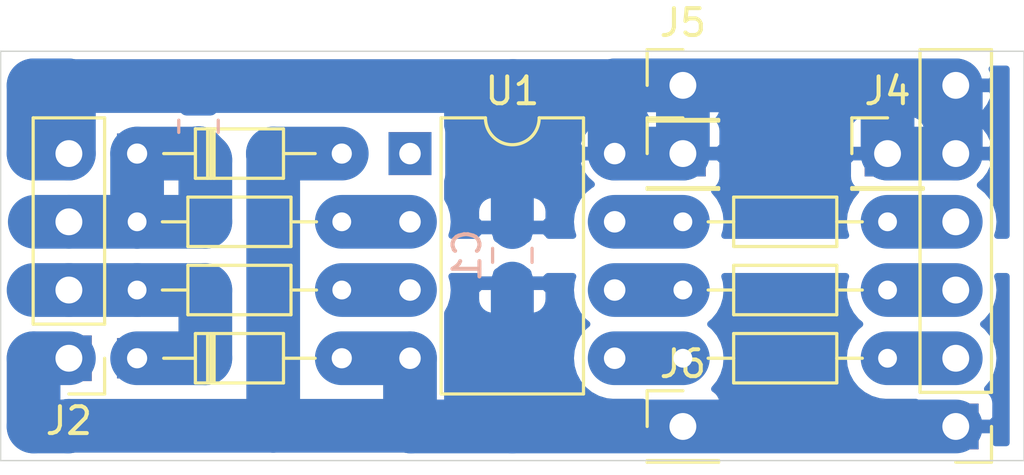
<source format=kicad_pcb>
(kicad_pcb (version 20171130) (host pcbnew 5.1.12-84ad8e8a86~92~ubuntu20.04.1)

  (general
    (thickness 1.6)
    (drawings 4)
    (tracks 55)
    (zones 0)
    (modules 16)
    (nets 14)
  )

  (page A4)
  (layers
    (0 F.Cu signal)
    (31 B.Cu signal)
    (32 B.Adhes user)
    (33 F.Adhes user)
    (34 B.Paste user)
    (35 F.Paste user)
    (36 B.SilkS user)
    (37 F.SilkS user)
    (38 B.Mask user)
    (39 F.Mask user)
    (40 Dwgs.User user)
    (41 Cmts.User user)
    (42 Eco1.User user)
    (43 Eco2.User user)
    (44 Edge.Cuts user)
    (45 Margin user)
    (46 B.CrtYd user)
    (47 F.CrtYd user)
    (48 B.Fab user)
    (49 F.Fab user)
  )

  (setup
    (last_trace_width 2)
    (user_trace_width 1.6)
    (user_trace_width 2)
    (trace_clearance 0.2)
    (zone_clearance 0.508)
    (zone_45_only no)
    (trace_min 0.2)
    (via_size 0.8)
    (via_drill 0.4)
    (via_min_size 0.4)
    (via_min_drill 0.3)
    (uvia_size 0.3)
    (uvia_drill 0.1)
    (uvias_allowed no)
    (uvia_min_size 0.2)
    (uvia_min_drill 0.1)
    (edge_width 0.05)
    (segment_width 0.2)
    (pcb_text_width 0.3)
    (pcb_text_size 1.5 1.5)
    (mod_edge_width 0.12)
    (mod_text_size 1 1)
    (mod_text_width 0.15)
    (pad_size 1.9 2.9)
    (pad_drill 1.3)
    (pad_to_mask_clearance 0)
    (aux_axis_origin 100 100)
    (grid_origin 100 100)
    (visible_elements FFFFFF7F)
    (pcbplotparams
      (layerselection 0x010fc_ffffffff)
      (usegerberextensions false)
      (usegerberattributes true)
      (usegerberadvancedattributes true)
      (creategerberjobfile true)
      (excludeedgelayer true)
      (linewidth 0.100000)
      (plotframeref false)
      (viasonmask false)
      (mode 1)
      (useauxorigin false)
      (hpglpennumber 1)
      (hpglpenspeed 20)
      (hpglpendiameter 15.000000)
      (psnegative false)
      (psa4output false)
      (plotreference true)
      (plotvalue true)
      (plotinvisibletext false)
      (padsonsilk false)
      (subtractmaskfromsilk false)
      (outputformat 1)
      (mirror false)
      (drillshape 1)
      (scaleselection 1)
      (outputdirectory ""))
  )

  (net 0 "")
  (net 1 /USB_M)
  (net 2 /PB3)
  (net 3 /PB4)
  (net 4 /PB0)
  (net 5 /GND)
  (net 6 /USB_P)
  (net 7 /VCC)
  (net 8 /PB2)
  (net 9 /PB1)
  (net 10 /PB5)
  (net 11 /D2)
  (net 12 /D1)
  (net 13 /D0)

  (net_class Default "This is the default net class."
    (clearance 0.2)
    (trace_width 0.25)
    (via_dia 0.8)
    (via_drill 0.4)
    (uvia_dia 0.3)
    (uvia_drill 0.1)
    (add_net /D0)
    (add_net /D1)
    (add_net /D2)
    (add_net /GND)
    (add_net /PB0)
    (add_net /PB1)
    (add_net /PB2)
    (add_net /PB3)
    (add_net /PB4)
    (add_net /PB5)
    (add_net /USB_M)
    (add_net /USB_P)
    (add_net /VCC)
  )

  (module Connector_PinHeader_2.54mm:PinHeader_1x01_P2.54mm_Vertical (layer F.Cu) (tedit 59FED5CC) (tstamp 62768911)
    (at 106.35 106.35)
    (descr "Through hole straight pin header, 1x01, 2.54mm pitch, single row")
    (tags "Through hole pin header THT 1x01 2.54mm single row")
    (path /627A3517)
    (fp_text reference J6 (at 0 -2.33) (layer F.SilkS)
      (effects (font (size 1 1) (thickness 0.15)))
    )
    (fp_text value Conn_01x01_Male (at 0 2.33) (layer F.Fab) hide
      (effects (font (size 1 1) (thickness 0.15)))
    )
    (fp_text user %R (at 0 0 90) (layer F.Fab)
      (effects (font (size 1 1) (thickness 0.15)))
    )
    (fp_line (start -0.635 -1.27) (end 1.27 -1.27) (layer F.Fab) (width 0.1))
    (fp_line (start 1.27 -1.27) (end 1.27 1.27) (layer F.Fab) (width 0.1))
    (fp_line (start 1.27 1.27) (end -1.27 1.27) (layer F.Fab) (width 0.1))
    (fp_line (start -1.27 1.27) (end -1.27 -0.635) (layer F.Fab) (width 0.1))
    (fp_line (start -1.27 -0.635) (end -0.635 -1.27) (layer F.Fab) (width 0.1))
    (fp_line (start -1.33 1.33) (end 1.33 1.33) (layer F.SilkS) (width 0.12))
    (fp_line (start -1.33 1.27) (end -1.33 1.33) (layer F.SilkS) (width 0.12))
    (fp_line (start 1.33 1.27) (end 1.33 1.33) (layer F.SilkS) (width 0.12))
    (fp_line (start -1.33 1.27) (end 1.33 1.27) (layer F.SilkS) (width 0.12))
    (fp_line (start -1.33 0) (end -1.33 -1.33) (layer F.SilkS) (width 0.12))
    (fp_line (start -1.33 -1.33) (end 0 -1.33) (layer F.SilkS) (width 0.12))
    (fp_line (start -1.8 -1.8) (end -1.8 1.8) (layer F.CrtYd) (width 0.05))
    (fp_line (start -1.8 1.8) (end 1.8 1.8) (layer F.CrtYd) (width 0.05))
    (fp_line (start 1.8 1.8) (end 1.8 -1.8) (layer F.CrtYd) (width 0.05))
    (fp_line (start 1.8 -1.8) (end -1.8 -1.8) (layer F.CrtYd) (width 0.05))
    (pad 1 thru_hole rect (at 0 0) (size 1.7 1.7) (drill 1) (layers *.Cu *.Mask)
      (net 5 /GND))
    (model ${KISYS3DMOD}/Connector_PinHeader_2.54mm.3dshapes/PinHeader_1x01_P2.54mm_Vertical.wrl
      (at (xyz 0 0 0))
      (scale (xyz 1 1 1))
      (rotate (xyz 0 0 0))
    )
  )

  (module Capacitor_SMD:C_0805_2012Metric_Pad1.18x1.45mm_HandSolder (layer B.Cu) (tedit 5F68FEEF) (tstamp 627687AC)
    (at 100 99.9785 270)
    (descr "Capacitor SMD 0805 (2012 Metric), square (rectangular) end terminal, IPC_7351 nominal with elongated pad for handsoldering. (Body size source: IPC-SM-782 page 76, https://www.pcb-3d.com/wordpress/wp-content/uploads/ipc-sm-782a_amendment_1_and_2.pdf, https://docs.google.com/spreadsheets/d/1BsfQQcO9C6DZCsRaXUlFlo91Tg2WpOkGARC1WS5S8t0/edit?usp=sharing), generated with kicad-footprint-generator")
    (tags "capacitor handsolder")
    (path /627A51BE)
    (attr smd)
    (fp_text reference C1 (at 0 1.68 90) (layer B.SilkS)
      (effects (font (size 1 1) (thickness 0.15)) (justify mirror))
    )
    (fp_text value 0.1 (at 0 -1.68 90) (layer B.Fab)
      (effects (font (size 1 1) (thickness 0.15)) (justify mirror))
    )
    (fp_text user %R (at 0 0 90) (layer B.Fab)
      (effects (font (size 0.5 0.5) (thickness 0.08)) (justify mirror))
    )
    (fp_line (start -1 -0.625) (end -1 0.625) (layer B.Fab) (width 0.1))
    (fp_line (start -1 0.625) (end 1 0.625) (layer B.Fab) (width 0.1))
    (fp_line (start 1 0.625) (end 1 -0.625) (layer B.Fab) (width 0.1))
    (fp_line (start 1 -0.625) (end -1 -0.625) (layer B.Fab) (width 0.1))
    (fp_line (start -0.261252 0.735) (end 0.261252 0.735) (layer B.SilkS) (width 0.12))
    (fp_line (start -0.261252 -0.735) (end 0.261252 -0.735) (layer B.SilkS) (width 0.12))
    (fp_line (start -1.88 -0.98) (end -1.88 0.98) (layer B.CrtYd) (width 0.05))
    (fp_line (start -1.88 0.98) (end 1.88 0.98) (layer B.CrtYd) (width 0.05))
    (fp_line (start 1.88 0.98) (end 1.88 -0.98) (layer B.CrtYd) (width 0.05))
    (fp_line (start 1.88 -0.98) (end -1.88 -0.98) (layer B.CrtYd) (width 0.05))
    (pad 2 smd roundrect (at 1.0375 0 270) (size 1.175 1.45) (layers B.Cu B.Paste B.Mask) (roundrect_rratio 0.212766)
      (net 5 /GND))
    (pad 1 smd roundrect (at -1.0375 0 270) (size 1.175 1.45) (layers B.Cu B.Paste B.Mask) (roundrect_rratio 0.212766)
      (net 7 /VCC))
    (model ${KISYS3DMOD}/Capacitor_SMD.3dshapes/C_0805_2012Metric.wrl
      (at (xyz 0 0 0))
      (scale (xyz 1 1 1))
      (rotate (xyz 0 0 0))
    )
  )

  (module Connector_PinHeader_2.54mm:PinHeader_1x01_P2.54mm_Vertical (layer F.Cu) (tedit 59FED5CC) (tstamp 627682D9)
    (at 106.35 93.65)
    (descr "Through hole straight pin header, 1x01, 2.54mm pitch, single row")
    (tags "Through hole pin header THT 1x01 2.54mm single row")
    (path /627A192F)
    (fp_text reference J5 (at 0 -2.33) (layer F.SilkS)
      (effects (font (size 1 1) (thickness 0.15)))
    )
    (fp_text value Conn_01x01_Male (at 0 2.33) (layer F.Fab)
      (effects (font (size 1 1) (thickness 0.15)))
    )
    (fp_text user %R (at 0 0 90) (layer F.Fab)
      (effects (font (size 1 1) (thickness 0.15)))
    )
    (fp_line (start -0.635 -1.27) (end 1.27 -1.27) (layer F.Fab) (width 0.1))
    (fp_line (start 1.27 -1.27) (end 1.27 1.27) (layer F.Fab) (width 0.1))
    (fp_line (start 1.27 1.27) (end -1.27 1.27) (layer F.Fab) (width 0.1))
    (fp_line (start -1.27 1.27) (end -1.27 -0.635) (layer F.Fab) (width 0.1))
    (fp_line (start -1.27 -0.635) (end -0.635 -1.27) (layer F.Fab) (width 0.1))
    (fp_line (start -1.33 1.33) (end 1.33 1.33) (layer F.SilkS) (width 0.12))
    (fp_line (start -1.33 1.27) (end -1.33 1.33) (layer F.SilkS) (width 0.12))
    (fp_line (start 1.33 1.27) (end 1.33 1.33) (layer F.SilkS) (width 0.12))
    (fp_line (start -1.33 1.27) (end 1.33 1.27) (layer F.SilkS) (width 0.12))
    (fp_line (start -1.33 0) (end -1.33 -1.33) (layer F.SilkS) (width 0.12))
    (fp_line (start -1.33 -1.33) (end 0 -1.33) (layer F.SilkS) (width 0.12))
    (fp_line (start -1.8 -1.8) (end -1.8 1.8) (layer F.CrtYd) (width 0.05))
    (fp_line (start -1.8 1.8) (end 1.8 1.8) (layer F.CrtYd) (width 0.05))
    (fp_line (start 1.8 1.8) (end 1.8 -1.8) (layer F.CrtYd) (width 0.05))
    (fp_line (start 1.8 -1.8) (end -1.8 -1.8) (layer F.CrtYd) (width 0.05))
    (pad 1 thru_hole rect (at 0 0) (size 1.7 1.7) (drill 1) (layers *.Cu *.Mask)
      (net 7 /VCC))
    (model ${KISYS3DMOD}/Connector_PinHeader_2.54mm.3dshapes/PinHeader_1x01_P2.54mm_Vertical.wrl
      (at (xyz 0 0 0))
      (scale (xyz 1 1 1))
      (rotate (xyz 0 0 0))
    )
  )

  (module Connector_PinHeader_2.54mm:PinHeader_1x01_P2.54mm_Vertical (layer F.Cu) (tedit 59FED5CC) (tstamp 62767DC3)
    (at 113.97 96.19)
    (descr "Through hole straight pin header, 1x01, 2.54mm pitch, single row")
    (tags "Through hole pin header THT 1x01 2.54mm single row")
    (path /6279C71C)
    (fp_text reference J4 (at 0 -2.33) (layer F.SilkS)
      (effects (font (size 1 1) (thickness 0.15)))
    )
    (fp_text value Conn_01x01_Male (at 0 2.33) (layer F.Fab) hide
      (effects (font (size 1 1) (thickness 0.15)))
    )
    (fp_text user %R (at 0 0 90) (layer F.Fab)
      (effects (font (size 1 1) (thickness 0.15)))
    )
    (fp_line (start -0.635 -1.27) (end 1.27 -1.27) (layer F.Fab) (width 0.1))
    (fp_line (start 1.27 -1.27) (end 1.27 1.27) (layer F.Fab) (width 0.1))
    (fp_line (start 1.27 1.27) (end -1.27 1.27) (layer F.Fab) (width 0.1))
    (fp_line (start -1.27 1.27) (end -1.27 -0.635) (layer F.Fab) (width 0.1))
    (fp_line (start -1.27 -0.635) (end -0.635 -1.27) (layer F.Fab) (width 0.1))
    (fp_line (start -1.33 1.33) (end 1.33 1.33) (layer F.SilkS) (width 0.12))
    (fp_line (start -1.33 1.27) (end -1.33 1.33) (layer F.SilkS) (width 0.12))
    (fp_line (start 1.33 1.27) (end 1.33 1.33) (layer F.SilkS) (width 0.12))
    (fp_line (start -1.33 1.27) (end 1.33 1.27) (layer F.SilkS) (width 0.12))
    (fp_line (start -1.33 0) (end -1.33 -1.33) (layer F.SilkS) (width 0.12))
    (fp_line (start -1.33 -1.33) (end 0 -1.33) (layer F.SilkS) (width 0.12))
    (fp_line (start -1.8 -1.8) (end -1.8 1.8) (layer F.CrtYd) (width 0.05))
    (fp_line (start -1.8 1.8) (end 1.8 1.8) (layer F.CrtYd) (width 0.05))
    (fp_line (start 1.8 1.8) (end 1.8 -1.8) (layer F.CrtYd) (width 0.05))
    (fp_line (start 1.8 -1.8) (end -1.8 -1.8) (layer F.CrtYd) (width 0.05))
    (pad 1 thru_hole rect (at 0 0) (size 1.7 1.7) (drill 1) (layers *.Cu *.Mask)
      (net 7 /VCC))
    (model ${KISYS3DMOD}/Connector_PinHeader_2.54mm.3dshapes/PinHeader_1x01_P2.54mm_Vertical.wrl
      (at (xyz 0 0 0))
      (scale (xyz 1 1 1))
      (rotate (xyz 0 0 0))
    )
  )

  (module Connector_PinHeader_2.54mm:PinHeader_1x01_P2.54mm_Vertical (layer F.Cu) (tedit 59FED5CC) (tstamp 6276783E)
    (at 106.35 96.19)
    (descr "Through hole straight pin header, 1x01, 2.54mm pitch, single row")
    (tags "Through hole pin header THT 1x01 2.54mm single row")
    (path /62798652)
    (fp_text reference J3 (at 0 -2.33) (layer F.SilkS) hide
      (effects (font (size 1 1) (thickness 0.15)))
    )
    (fp_text value Conn_01x01_Male (at 0 2.33) (layer F.Fab) hide
      (effects (font (size 1 1) (thickness 0.15)))
    )
    (fp_text user %R (at 0 0 90) (layer F.Fab)
      (effects (font (size 1 1) (thickness 0.15)))
    )
    (fp_line (start -0.635 -1.27) (end 1.27 -1.27) (layer F.Fab) (width 0.1))
    (fp_line (start 1.27 -1.27) (end 1.27 1.27) (layer F.Fab) (width 0.1))
    (fp_line (start 1.27 1.27) (end -1.27 1.27) (layer F.Fab) (width 0.1))
    (fp_line (start -1.27 1.27) (end -1.27 -0.635) (layer F.Fab) (width 0.1))
    (fp_line (start -1.27 -0.635) (end -0.635 -1.27) (layer F.Fab) (width 0.1))
    (fp_line (start -1.33 1.33) (end 1.33 1.33) (layer F.SilkS) (width 0.12))
    (fp_line (start -1.33 1.27) (end -1.33 1.33) (layer F.SilkS) (width 0.12))
    (fp_line (start 1.33 1.27) (end 1.33 1.33) (layer F.SilkS) (width 0.12))
    (fp_line (start -1.33 1.27) (end 1.33 1.27) (layer F.SilkS) (width 0.12))
    (fp_line (start -1.33 0) (end -1.33 -1.33) (layer F.SilkS) (width 0.12))
    (fp_line (start -1.33 -1.33) (end 0 -1.33) (layer F.SilkS) (width 0.12))
    (fp_line (start -1.8 -1.8) (end -1.8 1.8) (layer F.CrtYd) (width 0.05))
    (fp_line (start -1.8 1.8) (end 1.8 1.8) (layer F.CrtYd) (width 0.05))
    (fp_line (start 1.8 1.8) (end 1.8 -1.8) (layer F.CrtYd) (width 0.05))
    (fp_line (start 1.8 -1.8) (end -1.8 -1.8) (layer F.CrtYd) (width 0.05))
    (pad 1 thru_hole rect (at 0 0) (size 1.7 1.7) (drill 1) (layers *.Cu *.Mask)
      (net 7 /VCC))
    (model ${KISYS3DMOD}/Connector_PinHeader_2.54mm.3dshapes/PinHeader_1x01_P2.54mm_Vertical.wrl
      (at (xyz 0 0 0))
      (scale (xyz 1 1 1))
      (rotate (xyz 0 0 0))
    )
  )

  (module Connector_PinHeader_2.54mm:PinHeader_1x06_P2.54mm_Vertical (layer F.Cu) (tedit 59FED5CC) (tstamp 627677FB)
    (at 116.51 106.35 180)
    (descr "Through hole straight pin header, 1x06, 2.54mm pitch, single row")
    (tags "Through hole pin header THT 1x06 2.54mm single row")
    (path /6279132D)
    (fp_text reference J1 (at 0 -2.33) (layer F.SilkS) hide
      (effects (font (size 1 1) (thickness 0.15)))
    )
    (fp_text value Conn_01x06_Male (at 0 15.03) (layer F.Fab) hide
      (effects (font (size 1 1) (thickness 0.15)))
    )
    (fp_text user %R (at 0 6.35 90) (layer F.Fab)
      (effects (font (size 1 1) (thickness 0.15)))
    )
    (fp_line (start -0.635 -1.27) (end 1.27 -1.27) (layer F.Fab) (width 0.1))
    (fp_line (start 1.27 -1.27) (end 1.27 13.97) (layer F.Fab) (width 0.1))
    (fp_line (start 1.27 13.97) (end -1.27 13.97) (layer F.Fab) (width 0.1))
    (fp_line (start -1.27 13.97) (end -1.27 -0.635) (layer F.Fab) (width 0.1))
    (fp_line (start -1.27 -0.635) (end -0.635 -1.27) (layer F.Fab) (width 0.1))
    (fp_line (start -1.33 14.03) (end 1.33 14.03) (layer F.SilkS) (width 0.12))
    (fp_line (start -1.33 1.27) (end -1.33 14.03) (layer F.SilkS) (width 0.12))
    (fp_line (start 1.33 1.27) (end 1.33 14.03) (layer F.SilkS) (width 0.12))
    (fp_line (start -1.33 1.27) (end 1.33 1.27) (layer F.SilkS) (width 0.12))
    (fp_line (start -1.33 0) (end -1.33 -1.33) (layer F.SilkS) (width 0.12))
    (fp_line (start -1.33 -1.33) (end 0 -1.33) (layer F.SilkS) (width 0.12))
    (fp_line (start -1.8 -1.8) (end -1.8 14.5) (layer F.CrtYd) (width 0.05))
    (fp_line (start -1.8 14.5) (end 1.8 14.5) (layer F.CrtYd) (width 0.05))
    (fp_line (start 1.8 14.5) (end 1.8 -1.8) (layer F.CrtYd) (width 0.05))
    (fp_line (start 1.8 -1.8) (end -1.8 -1.8) (layer F.CrtYd) (width 0.05))
    (pad 6 thru_hole oval (at 0 12.7 180) (size 1.7 1.7) (drill 1) (layers *.Cu *.Mask)
      (net 7 /VCC))
    (pad 5 thru_hole oval (at 0 10.16 180) (size 1.7 1.7) (drill 1) (layers *.Cu *.Mask)
      (net 7 /VCC))
    (pad 4 thru_hole oval (at 0 7.62 180) (size 1.7 1.7) (drill 1) (layers *.Cu *.Mask)
      (net 11 /D2))
    (pad 3 thru_hole oval (at 0 5.08 180) (size 1.7 1.7) (drill 1) (layers *.Cu *.Mask)
      (net 12 /D1))
    (pad 2 thru_hole oval (at 0 2.54 180) (size 1.7 1.7) (drill 1) (layers *.Cu *.Mask)
      (net 13 /D0))
    (pad 1 thru_hole rect (at 0 0 180) (size 1.7 1.7) (drill 1) (layers *.Cu *.Mask)
      (net 5 /GND))
    (model ${KISYS3DMOD}/Connector_PinHeader_2.54mm.3dshapes/PinHeader_1x06_P2.54mm_Vertical.wrl
      (at (xyz 0 0 0))
      (scale (xyz 1 1 1))
      (rotate (xyz 0 0 0))
    )
  )

  (module Resistor_THT:R_Axial_DIN0204_L3.6mm_D1.6mm_P7.62mm_Horizontal (layer F.Cu) (tedit 5AE5139B) (tstamp 62766EB3)
    (at 113.97 98.73 180)
    (descr "Resistor, Axial_DIN0204 series, Axial, Horizontal, pin pitch=7.62mm, 0.167W, length*diameter=3.6*1.6mm^2, http://cdn-reichelt.de/documents/datenblatt/B400/1_4W%23YAG.pdf")
    (tags "Resistor Axial_DIN0204 series Axial Horizontal pin pitch 7.62mm 0.167W length 3.6mm diameter 1.6mm")
    (path /627898E6)
    (fp_text reference R6 (at 3.81 -1.92) (layer F.SilkS) hide
      (effects (font (size 1 1) (thickness 0.15)))
    )
    (fp_text value 68 (at 3.81 1.92) (layer F.Fab) hide
      (effects (font (size 1 1) (thickness 0.15)))
    )
    (fp_text user %R (at 3.81 0) (layer F.Fab)
      (effects (font (size 0.72 0.72) (thickness 0.108)))
    )
    (fp_line (start 2.01 -0.8) (end 2.01 0.8) (layer F.Fab) (width 0.1))
    (fp_line (start 2.01 0.8) (end 5.61 0.8) (layer F.Fab) (width 0.1))
    (fp_line (start 5.61 0.8) (end 5.61 -0.8) (layer F.Fab) (width 0.1))
    (fp_line (start 5.61 -0.8) (end 2.01 -0.8) (layer F.Fab) (width 0.1))
    (fp_line (start 0 0) (end 2.01 0) (layer F.Fab) (width 0.1))
    (fp_line (start 7.62 0) (end 5.61 0) (layer F.Fab) (width 0.1))
    (fp_line (start 1.89 -0.92) (end 1.89 0.92) (layer F.SilkS) (width 0.12))
    (fp_line (start 1.89 0.92) (end 5.73 0.92) (layer F.SilkS) (width 0.12))
    (fp_line (start 5.73 0.92) (end 5.73 -0.92) (layer F.SilkS) (width 0.12))
    (fp_line (start 5.73 -0.92) (end 1.89 -0.92) (layer F.SilkS) (width 0.12))
    (fp_line (start 0.94 0) (end 1.89 0) (layer F.SilkS) (width 0.12))
    (fp_line (start 6.68 0) (end 5.73 0) (layer F.SilkS) (width 0.12))
    (fp_line (start -0.95 -1.05) (end -0.95 1.05) (layer F.CrtYd) (width 0.05))
    (fp_line (start -0.95 1.05) (end 8.57 1.05) (layer F.CrtYd) (width 0.05))
    (fp_line (start 8.57 1.05) (end 8.57 -1.05) (layer F.CrtYd) (width 0.05))
    (fp_line (start 8.57 -1.05) (end -0.95 -1.05) (layer F.CrtYd) (width 0.05))
    (pad 2 thru_hole oval (at 7.62 0 180) (size 1.4 1.4) (drill 0.7) (layers *.Cu *.Mask)
      (net 8 /PB2))
    (pad 1 thru_hole circle (at 0 0 180) (size 1.4 1.4) (drill 0.7) (layers *.Cu *.Mask)
      (net 11 /D2))
    (model ${KISYS3DMOD}/Resistor_THT.3dshapes/R_Axial_DIN0204_L3.6mm_D1.6mm_P7.62mm_Horizontal.wrl
      (at (xyz 0 0 0))
      (scale (xyz 1 1 1))
      (rotate (xyz 0 0 0))
    )
  )

  (module Resistor_THT:R_Axial_DIN0204_L3.6mm_D1.6mm_P7.62mm_Horizontal (layer F.Cu) (tedit 5AE5139B) (tstamp 62766E9C)
    (at 113.97 101.27 180)
    (descr "Resistor, Axial_DIN0204 series, Axial, Horizontal, pin pitch=7.62mm, 0.167W, length*diameter=3.6*1.6mm^2, http://cdn-reichelt.de/documents/datenblatt/B400/1_4W%23YAG.pdf")
    (tags "Resistor Axial_DIN0204 series Axial Horizontal pin pitch 7.62mm 0.167W length 3.6mm diameter 1.6mm")
    (path /62789461)
    (fp_text reference R5 (at 3.81 -1.92) (layer F.SilkS) hide
      (effects (font (size 1 1) (thickness 0.15)))
    )
    (fp_text value 68 (at 3.81 1.92) (layer F.Fab) hide
      (effects (font (size 1 1) (thickness 0.15)))
    )
    (fp_text user %R (at 3.81 0) (layer F.Fab)
      (effects (font (size 0.72 0.72) (thickness 0.108)))
    )
    (fp_line (start 2.01 -0.8) (end 2.01 0.8) (layer F.Fab) (width 0.1))
    (fp_line (start 2.01 0.8) (end 5.61 0.8) (layer F.Fab) (width 0.1))
    (fp_line (start 5.61 0.8) (end 5.61 -0.8) (layer F.Fab) (width 0.1))
    (fp_line (start 5.61 -0.8) (end 2.01 -0.8) (layer F.Fab) (width 0.1))
    (fp_line (start 0 0) (end 2.01 0) (layer F.Fab) (width 0.1))
    (fp_line (start 7.62 0) (end 5.61 0) (layer F.Fab) (width 0.1))
    (fp_line (start 1.89 -0.92) (end 1.89 0.92) (layer F.SilkS) (width 0.12))
    (fp_line (start 1.89 0.92) (end 5.73 0.92) (layer F.SilkS) (width 0.12))
    (fp_line (start 5.73 0.92) (end 5.73 -0.92) (layer F.SilkS) (width 0.12))
    (fp_line (start 5.73 -0.92) (end 1.89 -0.92) (layer F.SilkS) (width 0.12))
    (fp_line (start 0.94 0) (end 1.89 0) (layer F.SilkS) (width 0.12))
    (fp_line (start 6.68 0) (end 5.73 0) (layer F.SilkS) (width 0.12))
    (fp_line (start -0.95 -1.05) (end -0.95 1.05) (layer F.CrtYd) (width 0.05))
    (fp_line (start -0.95 1.05) (end 8.57 1.05) (layer F.CrtYd) (width 0.05))
    (fp_line (start 8.57 1.05) (end 8.57 -1.05) (layer F.CrtYd) (width 0.05))
    (fp_line (start 8.57 -1.05) (end -0.95 -1.05) (layer F.CrtYd) (width 0.05))
    (pad 2 thru_hole oval (at 7.62 0 180) (size 1.4 1.4) (drill 0.7) (layers *.Cu *.Mask)
      (net 9 /PB1))
    (pad 1 thru_hole circle (at 0 0 180) (size 1.4 1.4) (drill 0.7) (layers *.Cu *.Mask)
      (net 12 /D1))
    (model ${KISYS3DMOD}/Resistor_THT.3dshapes/R_Axial_DIN0204_L3.6mm_D1.6mm_P7.62mm_Horizontal.wrl
      (at (xyz 0 0 0))
      (scale (xyz 1 1 1))
      (rotate (xyz 0 0 0))
    )
  )

  (module Resistor_THT:R_Axial_DIN0204_L3.6mm_D1.6mm_P7.62mm_Horizontal (layer F.Cu) (tedit 5AE5139B) (tstamp 6276747B)
    (at 113.97 103.81 180)
    (descr "Resistor, Axial_DIN0204 series, Axial, Horizontal, pin pitch=7.62mm, 0.167W, length*diameter=3.6*1.6mm^2, http://cdn-reichelt.de/documents/datenblatt/B400/1_4W%23YAG.pdf")
    (tags "Resistor Axial_DIN0204 series Axial Horizontal pin pitch 7.62mm 0.167W length 3.6mm diameter 1.6mm")
    (path /62788AB8)
    (fp_text reference R4 (at 3.81 -1.92) (layer F.SilkS) hide
      (effects (font (size 1 1) (thickness 0.15)))
    )
    (fp_text value 68 (at 3.81 1.92) (layer F.Fab) hide
      (effects (font (size 1 1) (thickness 0.15)))
    )
    (fp_text user %R (at 3.81 0) (layer F.Fab)
      (effects (font (size 0.72 0.72) (thickness 0.108)))
    )
    (fp_line (start 2.01 -0.8) (end 2.01 0.8) (layer F.Fab) (width 0.1))
    (fp_line (start 2.01 0.8) (end 5.61 0.8) (layer F.Fab) (width 0.1))
    (fp_line (start 5.61 0.8) (end 5.61 -0.8) (layer F.Fab) (width 0.1))
    (fp_line (start 5.61 -0.8) (end 2.01 -0.8) (layer F.Fab) (width 0.1))
    (fp_line (start 0 0) (end 2.01 0) (layer F.Fab) (width 0.1))
    (fp_line (start 7.62 0) (end 5.61 0) (layer F.Fab) (width 0.1))
    (fp_line (start 1.89 -0.92) (end 1.89 0.92) (layer F.SilkS) (width 0.12))
    (fp_line (start 1.89 0.92) (end 5.73 0.92) (layer F.SilkS) (width 0.12))
    (fp_line (start 5.73 0.92) (end 5.73 -0.92) (layer F.SilkS) (width 0.12))
    (fp_line (start 5.73 -0.92) (end 1.89 -0.92) (layer F.SilkS) (width 0.12))
    (fp_line (start 0.94 0) (end 1.89 0) (layer F.SilkS) (width 0.12))
    (fp_line (start 6.68 0) (end 5.73 0) (layer F.SilkS) (width 0.12))
    (fp_line (start -0.95 -1.05) (end -0.95 1.05) (layer F.CrtYd) (width 0.05))
    (fp_line (start -0.95 1.05) (end 8.57 1.05) (layer F.CrtYd) (width 0.05))
    (fp_line (start 8.57 1.05) (end 8.57 -1.05) (layer F.CrtYd) (width 0.05))
    (fp_line (start 8.57 -1.05) (end -0.95 -1.05) (layer F.CrtYd) (width 0.05))
    (pad 2 thru_hole oval (at 7.62 0 180) (size 1.4 1.4) (drill 0.7) (layers *.Cu *.Mask)
      (net 4 /PB0))
    (pad 1 thru_hole circle (at 0 0 180) (size 1.4 1.4) (drill 0.7) (layers *.Cu *.Mask)
      (net 13 /D0))
    (model ${KISYS3DMOD}/Resistor_THT.3dshapes/R_Axial_DIN0204_L3.6mm_D1.6mm_P7.62mm_Horizontal.wrl
      (at (xyz 0 0 0))
      (scale (xyz 1 1 1))
      (rotate (xyz 0 0 0))
    )
  )

  (module Resistor_SMD:R_0805_2012Metric_Pad1.20x1.40mm_HandSolder (layer B.Cu) (tedit 5F68FEEE) (tstamp 627661F3)
    (at 88.316 95.174 270)
    (descr "Resistor SMD 0805 (2012 Metric), square (rectangular) end terminal, IPC_7351 nominal with elongated pad for handsoldering. (Body size source: IPC-SM-782 page 72, https://www.pcb-3d.com/wordpress/wp-content/uploads/ipc-sm-782a_amendment_1_and_2.pdf), generated with kicad-footprint-generator")
    (tags "resistor handsolder")
    (path /627790F2)
    (attr smd)
    (fp_text reference R3 (at 0 1.65 90) (layer B.SilkS) hide
      (effects (font (size 1 1) (thickness 0.15)) (justify mirror))
    )
    (fp_text value 1.5K (at 0 -1.65 90) (layer B.Fab) hide
      (effects (font (size 1 1) (thickness 0.15)) (justify mirror))
    )
    (fp_text user %R (at 0 0 90) (layer B.Fab)
      (effects (font (size 0.5 0.5) (thickness 0.08)) (justify mirror))
    )
    (fp_line (start -1 -0.625) (end -1 0.625) (layer B.Fab) (width 0.1))
    (fp_line (start -1 0.625) (end 1 0.625) (layer B.Fab) (width 0.1))
    (fp_line (start 1 0.625) (end 1 -0.625) (layer B.Fab) (width 0.1))
    (fp_line (start 1 -0.625) (end -1 -0.625) (layer B.Fab) (width 0.1))
    (fp_line (start -0.227064 0.735) (end 0.227064 0.735) (layer B.SilkS) (width 0.12))
    (fp_line (start -0.227064 -0.735) (end 0.227064 -0.735) (layer B.SilkS) (width 0.12))
    (fp_line (start -1.85 -0.95) (end -1.85 0.95) (layer B.CrtYd) (width 0.05))
    (fp_line (start -1.85 0.95) (end 1.85 0.95) (layer B.CrtYd) (width 0.05))
    (fp_line (start 1.85 0.95) (end 1.85 -0.95) (layer B.CrtYd) (width 0.05))
    (fp_line (start 1.85 -0.95) (end -1.85 -0.95) (layer B.CrtYd) (width 0.05))
    (pad 2 smd roundrect (at 1 0 270) (size 1.2 1.4) (layers B.Cu B.Paste B.Mask) (roundrect_rratio 0.208333)
      (net 1 /USB_M))
    (pad 1 smd roundrect (at -1 0 270) (size 1.2 1.4) (layers B.Cu B.Paste B.Mask) (roundrect_rratio 0.208333)
      (net 7 /VCC))
    (model ${KISYS3DMOD}/Resistor_SMD.3dshapes/R_0805_2012Metric.wrl
      (at (xyz 0 0 0))
      (scale (xyz 1 1 1))
      (rotate (xyz 0 0 0))
    )
  )

  (module Connector_PinHeader_2.54mm:PinHeader_1x04_P2.54mm_Vertical (layer F.Cu) (tedit 59FED5CC) (tstamp 6276618A)
    (at 83.49 103.81 180)
    (descr "Through hole straight pin header, 1x04, 2.54mm pitch, single row")
    (tags "Through hole pin header THT 1x04 2.54mm single row")
    (path /6277B054)
    (fp_text reference J2 (at 0 -2.33) (layer F.SilkS)
      (effects (font (size 1 1) (thickness 0.15)))
    )
    (fp_text value Conn_01x04_Male (at -1.524 3.048) (layer F.Fab) hide
      (effects (font (size 1 1) (thickness 0.15)))
    )
    (fp_text user %R (at 0 3.81 90) (layer F.Fab)
      (effects (font (size 1 1) (thickness 0.15)))
    )
    (fp_line (start -0.635 -1.27) (end 1.27 -1.27) (layer F.Fab) (width 0.1))
    (fp_line (start 1.27 -1.27) (end 1.27 8.89) (layer F.Fab) (width 0.1))
    (fp_line (start 1.27 8.89) (end -1.27 8.89) (layer F.Fab) (width 0.1))
    (fp_line (start -1.27 8.89) (end -1.27 -0.635) (layer F.Fab) (width 0.1))
    (fp_line (start -1.27 -0.635) (end -0.635 -1.27) (layer F.Fab) (width 0.1))
    (fp_line (start -1.33 8.95) (end 1.33 8.95) (layer F.SilkS) (width 0.12))
    (fp_line (start -1.33 1.27) (end -1.33 8.95) (layer F.SilkS) (width 0.12))
    (fp_line (start 1.33 1.27) (end 1.33 8.95) (layer F.SilkS) (width 0.12))
    (fp_line (start -1.33 1.27) (end 1.33 1.27) (layer F.SilkS) (width 0.12))
    (fp_line (start -1.33 0) (end -1.33 -1.33) (layer F.SilkS) (width 0.12))
    (fp_line (start -1.33 -1.33) (end 0 -1.33) (layer F.SilkS) (width 0.12))
    (fp_line (start -1.8 -1.8) (end -1.8 9.4) (layer F.CrtYd) (width 0.05))
    (fp_line (start -1.8 9.4) (end 1.8 9.4) (layer F.CrtYd) (width 0.05))
    (fp_line (start 1.8 9.4) (end 1.8 -1.8) (layer F.CrtYd) (width 0.05))
    (fp_line (start 1.8 -1.8) (end -1.8 -1.8) (layer F.CrtYd) (width 0.05))
    (pad 4 thru_hole oval (at 0 7.62 180) (size 1.7 1.7) (drill 1) (layers *.Cu *.Mask)
      (net 7 /VCC))
    (pad 3 thru_hole oval (at 0 5.08 180) (size 1.7 1.7) (drill 1) (layers *.Cu *.Mask)
      (net 1 /USB_M))
    (pad 2 thru_hole oval (at 0 2.54 180) (size 1.7 1.7) (drill 1) (layers *.Cu *.Mask)
      (net 6 /USB_P))
    (pad 1 thru_hole rect (at 0 0 180) (size 1.7 1.7) (drill 1) (layers *.Cu *.Mask)
      (net 5 /GND))
    (model ${KISYS3DMOD}/Connector_PinHeader_2.54mm.3dshapes/PinHeader_1x04_P2.54mm_Vertical.wrl
      (at (xyz 0 0 0))
      (scale (xyz 1 1 1))
      (rotate (xyz 0 0 0))
    )
  )

  (module Diode_THT:D_DO-34_SOD68_P7.62mm_Horizontal (layer F.Cu) (tedit 5AE50CD5) (tstamp 62765B59)
    (at 86.03 103.81)
    (descr "Diode, DO-34_SOD68 series, Axial, Horizontal, pin pitch=7.62mm, , length*diameter=3.04*1.6mm^2, , https://www.nxp.com/docs/en/data-sheet/KTY83_SER.pdf")
    (tags "Diode DO-34_SOD68 series Axial Horizontal pin pitch 7.62mm  length 3.04mm diameter 1.6mm")
    (path /6276D36A)
    (fp_text reference D2 (at 3.81 -1.92) (layer F.SilkS) hide
      (effects (font (size 1 1) (thickness 0.15)))
    )
    (fp_text value 3.6V (at 3.81 1.92) (layer F.Fab) hide
      (effects (font (size 1 1) (thickness 0.15)))
    )
    (fp_text user K (at 0 -1.75) (layer F.SilkS) hide
      (effects (font (size 1 1) (thickness 0.15)))
    )
    (fp_text user K (at 0 -1.75) (layer F.Fab) hide
      (effects (font (size 1 1) (thickness 0.15)))
    )
    (fp_text user %R (at 4.038 0) (layer F.Fab)
      (effects (font (size 0.608 0.608) (thickness 0.0912)))
    )
    (fp_line (start 2.29 -0.8) (end 2.29 0.8) (layer F.Fab) (width 0.1))
    (fp_line (start 2.29 0.8) (end 5.33 0.8) (layer F.Fab) (width 0.1))
    (fp_line (start 5.33 0.8) (end 5.33 -0.8) (layer F.Fab) (width 0.1))
    (fp_line (start 5.33 -0.8) (end 2.29 -0.8) (layer F.Fab) (width 0.1))
    (fp_line (start 0 0) (end 2.29 0) (layer F.Fab) (width 0.1))
    (fp_line (start 7.62 0) (end 5.33 0) (layer F.Fab) (width 0.1))
    (fp_line (start 2.746 -0.8) (end 2.746 0.8) (layer F.Fab) (width 0.1))
    (fp_line (start 2.846 -0.8) (end 2.846 0.8) (layer F.Fab) (width 0.1))
    (fp_line (start 2.646 -0.8) (end 2.646 0.8) (layer F.Fab) (width 0.1))
    (fp_line (start 2.17 -0.92) (end 2.17 0.92) (layer F.SilkS) (width 0.12))
    (fp_line (start 2.17 0.92) (end 5.45 0.92) (layer F.SilkS) (width 0.12))
    (fp_line (start 5.45 0.92) (end 5.45 -0.92) (layer F.SilkS) (width 0.12))
    (fp_line (start 5.45 -0.92) (end 2.17 -0.92) (layer F.SilkS) (width 0.12))
    (fp_line (start 0.99 0) (end 2.17 0) (layer F.SilkS) (width 0.12))
    (fp_line (start 6.63 0) (end 5.45 0) (layer F.SilkS) (width 0.12))
    (fp_line (start 2.746 -0.92) (end 2.746 0.92) (layer F.SilkS) (width 0.12))
    (fp_line (start 2.866 -0.92) (end 2.866 0.92) (layer F.SilkS) (width 0.12))
    (fp_line (start 2.626 -0.92) (end 2.626 0.92) (layer F.SilkS) (width 0.12))
    (fp_line (start -1 -1.05) (end -1 1.05) (layer F.CrtYd) (width 0.05))
    (fp_line (start -1 1.05) (end 8.63 1.05) (layer F.CrtYd) (width 0.05))
    (fp_line (start 8.63 1.05) (end 8.63 -1.05) (layer F.CrtYd) (width 0.05))
    (fp_line (start 8.63 -1.05) (end -1 -1.05) (layer F.CrtYd) (width 0.05))
    (pad 2 thru_hole oval (at 7.62 0) (size 1.5 1.5) (drill 0.75) (layers *.Cu *.Mask)
      (net 5 /GND))
    (pad 1 thru_hole rect (at 0 0) (size 1.5 1.5) (drill 0.75) (layers *.Cu *.Mask)
      (net 6 /USB_P))
    (model ${KISYS3DMOD}/Diode_THT.3dshapes/D_DO-34_SOD68_P7.62mm_Horizontal.wrl
      (at (xyz 0 0 0))
      (scale (xyz 1 1 1))
      (rotate (xyz 0 0 0))
    )
  )

  (module Diode_THT:D_DO-34_SOD68_P7.62mm_Horizontal (layer F.Cu) (tedit 5AE50CD5) (tstamp 627656B3)
    (at 86.03 96.19)
    (descr "Diode, DO-34_SOD68 series, Axial, Horizontal, pin pitch=7.62mm, , length*diameter=3.04*1.6mm^2, , https://www.nxp.com/docs/en/data-sheet/KTY83_SER.pdf")
    (tags "Diode DO-34_SOD68 series Axial Horizontal pin pitch 7.62mm  length 3.04mm diameter 1.6mm")
    (path /6276C5B7)
    (fp_text reference D1 (at 3.81 -1.92) (layer F.SilkS) hide
      (effects (font (size 1 1) (thickness 0.15)))
    )
    (fp_text value 3.6V (at 3.81 1.92) (layer F.Fab) hide
      (effects (font (size 1 1) (thickness 0.15)))
    )
    (fp_text user K (at 0 -1.75) (layer F.SilkS) hide
      (effects (font (size 1 1) (thickness 0.15)))
    )
    (fp_text user K (at 0 -1.75) (layer F.Fab) hide
      (effects (font (size 1 1) (thickness 0.15)))
    )
    (fp_text user %R (at 4.038 0) (layer F.Fab)
      (effects (font (size 0.608 0.608) (thickness 0.0912)))
    )
    (fp_line (start 2.29 -0.8) (end 2.29 0.8) (layer F.Fab) (width 0.1))
    (fp_line (start 2.29 0.8) (end 5.33 0.8) (layer F.Fab) (width 0.1))
    (fp_line (start 5.33 0.8) (end 5.33 -0.8) (layer F.Fab) (width 0.1))
    (fp_line (start 5.33 -0.8) (end 2.29 -0.8) (layer F.Fab) (width 0.1))
    (fp_line (start 0 0) (end 2.29 0) (layer F.Fab) (width 0.1))
    (fp_line (start 7.62 0) (end 5.33 0) (layer F.Fab) (width 0.1))
    (fp_line (start 2.746 -0.8) (end 2.746 0.8) (layer F.Fab) (width 0.1))
    (fp_line (start 2.846 -0.8) (end 2.846 0.8) (layer F.Fab) (width 0.1))
    (fp_line (start 2.646 -0.8) (end 2.646 0.8) (layer F.Fab) (width 0.1))
    (fp_line (start 2.17 -0.92) (end 2.17 0.92) (layer F.SilkS) (width 0.12))
    (fp_line (start 2.17 0.92) (end 5.45 0.92) (layer F.SilkS) (width 0.12))
    (fp_line (start 5.45 0.92) (end 5.45 -0.92) (layer F.SilkS) (width 0.12))
    (fp_line (start 5.45 -0.92) (end 2.17 -0.92) (layer F.SilkS) (width 0.12))
    (fp_line (start 0.99 0) (end 2.17 0) (layer F.SilkS) (width 0.12))
    (fp_line (start 6.63 0) (end 5.45 0) (layer F.SilkS) (width 0.12))
    (fp_line (start 2.746 -0.92) (end 2.746 0.92) (layer F.SilkS) (width 0.12))
    (fp_line (start 2.866 -0.92) (end 2.866 0.92) (layer F.SilkS) (width 0.12))
    (fp_line (start 2.626 -0.92) (end 2.626 0.92) (layer F.SilkS) (width 0.12))
    (fp_line (start -1 -1.05) (end -1 1.05) (layer F.CrtYd) (width 0.05))
    (fp_line (start -1 1.05) (end 8.63 1.05) (layer F.CrtYd) (width 0.05))
    (fp_line (start 8.63 1.05) (end 8.63 -1.05) (layer F.CrtYd) (width 0.05))
    (fp_line (start 8.63 -1.05) (end -1 -1.05) (layer F.CrtYd) (width 0.05))
    (pad 2 thru_hole oval (at 7.62 0) (size 1.5 1.5) (drill 0.75) (layers *.Cu *.Mask)
      (net 5 /GND))
    (pad 1 thru_hole rect (at 0 0) (size 1.5 1.5) (drill 0.75) (layers *.Cu *.Mask)
      (net 1 /USB_M))
    (model ${KISYS3DMOD}/Diode_THT.3dshapes/D_DO-34_SOD68_P7.62mm_Horizontal.wrl
      (at (xyz 0 0 0))
      (scale (xyz 1 1 1))
      (rotate (xyz 0 0 0))
    )
  )

  (module Resistor_THT:R_Axial_DIN0204_L3.6mm_D1.6mm_P7.62mm_Horizontal (layer F.Cu) (tedit 5AE5139B) (tstamp 62764966)
    (at 93.65 101.27 180)
    (descr "Resistor, Axial_DIN0204 series, Axial, Horizontal, pin pitch=7.62mm, 0.167W, length*diameter=3.6*1.6mm^2, http://cdn-reichelt.de/documents/datenblatt/B400/1_4W%23YAG.pdf")
    (tags "Resistor Axial_DIN0204 series Axial Horizontal pin pitch 7.62mm 0.167W length 3.6mm diameter 1.6mm")
    (path /6276B8DD)
    (fp_text reference R2 (at 3.81 -1.92) (layer F.SilkS) hide
      (effects (font (size 1 1) (thickness 0.15)))
    )
    (fp_text value 68 (at 3.81 1.92) (layer F.Fab) hide
      (effects (font (size 1 1) (thickness 0.15)))
    )
    (fp_text user %R (at 3.81 0) (layer F.Fab)
      (effects (font (size 0.72 0.72) (thickness 0.108)))
    )
    (fp_line (start 2.01 -0.8) (end 2.01 0.8) (layer F.Fab) (width 0.1))
    (fp_line (start 2.01 0.8) (end 5.61 0.8) (layer F.Fab) (width 0.1))
    (fp_line (start 5.61 0.8) (end 5.61 -0.8) (layer F.Fab) (width 0.1))
    (fp_line (start 5.61 -0.8) (end 2.01 -0.8) (layer F.Fab) (width 0.1))
    (fp_line (start 0 0) (end 2.01 0) (layer F.Fab) (width 0.1))
    (fp_line (start 7.62 0) (end 5.61 0) (layer F.Fab) (width 0.1))
    (fp_line (start 1.89 -0.92) (end 1.89 0.92) (layer F.SilkS) (width 0.12))
    (fp_line (start 1.89 0.92) (end 5.73 0.92) (layer F.SilkS) (width 0.12))
    (fp_line (start 5.73 0.92) (end 5.73 -0.92) (layer F.SilkS) (width 0.12))
    (fp_line (start 5.73 -0.92) (end 1.89 -0.92) (layer F.SilkS) (width 0.12))
    (fp_line (start 0.94 0) (end 1.89 0) (layer F.SilkS) (width 0.12))
    (fp_line (start 6.68 0) (end 5.73 0) (layer F.SilkS) (width 0.12))
    (fp_line (start -0.95 -1.05) (end -0.95 1.05) (layer F.CrtYd) (width 0.05))
    (fp_line (start -0.95 1.05) (end 8.57 1.05) (layer F.CrtYd) (width 0.05))
    (fp_line (start 8.57 1.05) (end 8.57 -1.05) (layer F.CrtYd) (width 0.05))
    (fp_line (start 8.57 -1.05) (end -0.95 -1.05) (layer F.CrtYd) (width 0.05))
    (pad 2 thru_hole oval (at 7.62 0 180) (size 1.4 1.4) (drill 0.7) (layers *.Cu *.Mask)
      (net 6 /USB_P))
    (pad 1 thru_hole circle (at 0 0 180) (size 1.4 1.4) (drill 0.7) (layers *.Cu *.Mask)
      (net 3 /PB4))
    (model ${KISYS3DMOD}/Resistor_THT.3dshapes/R_Axial_DIN0204_L3.6mm_D1.6mm_P7.62mm_Horizontal.wrl
      (at (xyz 0 0 0))
      (scale (xyz 1 1 1))
      (rotate (xyz 0 0 0))
    )
  )

  (module Resistor_THT:R_Axial_DIN0204_L3.6mm_D1.6mm_P7.62mm_Horizontal (layer F.Cu) (tedit 5AE5139B) (tstamp 62764341)
    (at 93.65 98.73 180)
    (descr "Resistor, Axial_DIN0204 series, Axial, Horizontal, pin pitch=7.62mm, 0.167W, length*diameter=3.6*1.6mm^2, http://cdn-reichelt.de/documents/datenblatt/B400/1_4W%23YAG.pdf")
    (tags "Resistor Axial_DIN0204 series Axial Horizontal pin pitch 7.62mm 0.167W length 3.6mm diameter 1.6mm")
    (path /62764714)
    (fp_text reference R1 (at 3.81 -1.92) (layer F.SilkS) hide
      (effects (font (size 1 1) (thickness 0.15)))
    )
    (fp_text value 68 (at 3.81 1.92) (layer F.Fab) hide
      (effects (font (size 1 1) (thickness 0.15)))
    )
    (fp_text user %R (at 3.81 0) (layer F.Fab)
      (effects (font (size 0.72 0.72) (thickness 0.108)))
    )
    (fp_line (start 2.01 -0.8) (end 2.01 0.8) (layer F.Fab) (width 0.1))
    (fp_line (start 2.01 0.8) (end 5.61 0.8) (layer F.Fab) (width 0.1))
    (fp_line (start 5.61 0.8) (end 5.61 -0.8) (layer F.Fab) (width 0.1))
    (fp_line (start 5.61 -0.8) (end 2.01 -0.8) (layer F.Fab) (width 0.1))
    (fp_line (start 0 0) (end 2.01 0) (layer F.Fab) (width 0.1))
    (fp_line (start 7.62 0) (end 5.61 0) (layer F.Fab) (width 0.1))
    (fp_line (start 1.89 -0.92) (end 1.89 0.92) (layer F.SilkS) (width 0.12))
    (fp_line (start 1.89 0.92) (end 5.73 0.92) (layer F.SilkS) (width 0.12))
    (fp_line (start 5.73 0.92) (end 5.73 -0.92) (layer F.SilkS) (width 0.12))
    (fp_line (start 5.73 -0.92) (end 1.89 -0.92) (layer F.SilkS) (width 0.12))
    (fp_line (start 0.94 0) (end 1.89 0) (layer F.SilkS) (width 0.12))
    (fp_line (start 6.68 0) (end 5.73 0) (layer F.SilkS) (width 0.12))
    (fp_line (start -0.95 -1.05) (end -0.95 1.05) (layer F.CrtYd) (width 0.05))
    (fp_line (start -0.95 1.05) (end 8.57 1.05) (layer F.CrtYd) (width 0.05))
    (fp_line (start 8.57 1.05) (end 8.57 -1.05) (layer F.CrtYd) (width 0.05))
    (fp_line (start 8.57 -1.05) (end -0.95 -1.05) (layer F.CrtYd) (width 0.05))
    (pad 2 thru_hole oval (at 7.62 0 180) (size 1.4 1.4) (drill 0.7) (layers *.Cu *.Mask)
      (net 1 /USB_M))
    (pad 1 thru_hole circle (at 0 0 180) (size 1.4 1.4) (drill 0.7) (layers *.Cu *.Mask)
      (net 2 /PB3))
    (model ${KISYS3DMOD}/Resistor_THT.3dshapes/R_Axial_DIN0204_L3.6mm_D1.6mm_P7.62mm_Horizontal.wrl
      (at (xyz 0 0 0))
      (scale (xyz 1 1 1))
      (rotate (xyz 0 0 0))
    )
  )

  (module Package_DIP:DIP-8_W7.62mm (layer F.Cu) (tedit 5A02E8C5) (tstamp 627693ED)
    (at 96.19 96.19)
    (descr "8-lead though-hole mounted DIP package, row spacing 7.62 mm (300 mils)")
    (tags "THT DIP DIL PDIP 2.54mm 7.62mm 300mil")
    (path /62763A1D)
    (fp_text reference U1 (at 3.81 -2.33) (layer F.SilkS)
      (effects (font (size 1 1) (thickness 0.15)))
    )
    (fp_text value ATtiny85-20PU (at 3.81 9.95) (layer F.Fab) hide
      (effects (font (size 1 1) (thickness 0.15)))
    )
    (fp_line (start 8.7 -1.55) (end -1.1 -1.55) (layer F.CrtYd) (width 0.05))
    (fp_line (start 8.7 9.15) (end 8.7 -1.55) (layer F.CrtYd) (width 0.05))
    (fp_line (start -1.1 9.15) (end 8.7 9.15) (layer F.CrtYd) (width 0.05))
    (fp_line (start -1.1 -1.55) (end -1.1 9.15) (layer F.CrtYd) (width 0.05))
    (fp_line (start 6.46 -1.33) (end 4.81 -1.33) (layer F.SilkS) (width 0.12))
    (fp_line (start 6.46 8.95) (end 6.46 -1.33) (layer F.SilkS) (width 0.12))
    (fp_line (start 1.16 8.95) (end 6.46 8.95) (layer F.SilkS) (width 0.12))
    (fp_line (start 1.16 -1.33) (end 1.16 8.95) (layer F.SilkS) (width 0.12))
    (fp_line (start 2.81 -1.33) (end 1.16 -1.33) (layer F.SilkS) (width 0.12))
    (fp_line (start 0.635 -0.27) (end 1.635 -1.27) (layer F.Fab) (width 0.1))
    (fp_line (start 0.635 8.89) (end 0.635 -0.27) (layer F.Fab) (width 0.1))
    (fp_line (start 6.985 8.89) (end 0.635 8.89) (layer F.Fab) (width 0.1))
    (fp_line (start 6.985 -1.27) (end 6.985 8.89) (layer F.Fab) (width 0.1))
    (fp_line (start 1.635 -1.27) (end 6.985 -1.27) (layer F.Fab) (width 0.1))
    (fp_text user %R (at 3.81 3.81) (layer F.Fab)
      (effects (font (size 1 1) (thickness 0.15)))
    )
    (fp_arc (start 3.81 -1.33) (end 2.81 -1.33) (angle -180) (layer F.SilkS) (width 0.12))
    (pad 8 thru_hole oval (at 7.62 0) (size 1.6 1.6) (drill 0.8) (layers *.Cu *.Mask)
      (net 7 /VCC))
    (pad 4 thru_hole oval (at 0 7.62) (size 1.6 1.6) (drill 0.8) (layers *.Cu *.Mask)
      (net 5 /GND))
    (pad 7 thru_hole oval (at 7.62 2.54) (size 1.6 1.6) (drill 0.8) (layers *.Cu *.Mask)
      (net 8 /PB2))
    (pad 3 thru_hole oval (at 0 5.08) (size 1.6 1.6) (drill 0.8) (layers *.Cu *.Mask)
      (net 3 /PB4))
    (pad 6 thru_hole oval (at 7.62 5.08) (size 1.6 1.6) (drill 0.8) (layers *.Cu *.Mask)
      (net 9 /PB1))
    (pad 2 thru_hole oval (at 0 2.54) (size 1.6 1.6) (drill 0.8) (layers *.Cu *.Mask)
      (net 2 /PB3))
    (pad 5 thru_hole oval (at 7.62 7.62) (size 1.6 1.6) (drill 0.8) (layers *.Cu *.Mask)
      (net 4 /PB0))
    (pad 1 thru_hole rect (at 0 0) (size 1.6 1.6) (drill 0.8) (layers *.Cu *.Mask)
      (net 10 /PB5))
    (model ${KISYS3DMOD}/Package_DIP.3dshapes/DIP-8_W7.62mm.wrl
      (at (xyz 0 0 0))
      (scale (xyz 1 1 1))
      (rotate (xyz 0 0 0))
    )
  )

  (gr_line (start 80.95 92.38) (end 80.95 107.62) (layer Edge.Cuts) (width 0.05) (tstamp 6276667A))
  (gr_line (start 80.95 107.62) (end 119.05 107.62) (layer Edge.Cuts) (width 0.05) (tstamp 62766676))
  (gr_line (start 119.05 92.38) (end 80.95 92.38) (layer Edge.Cuts) (width 0.05))
  (gr_line (start 119.05 107.62) (end 119.05 92.38) (layer Edge.Cuts) (width 0.05))

  (segment (start 83.49 98.73) (end 86.03 98.73) (width 2) (layer B.Cu) (net 1))
  (segment (start 86.03 98.73) (end 86.03 96.19) (width 2) (layer B.Cu) (net 1))
  (segment (start 86.03 98.73) (end 88.57 98.73) (width 2) (layer B.Cu) (net 1))
  (segment (start 88.3 96.19) (end 88.316 96.174) (width 2) (layer B.Cu) (net 1))
  (segment (start 86.03 96.19) (end 88.3 96.19) (width 2) (layer B.Cu) (net 1))
  (segment (start 88.57 96.428) (end 88.316 96.174) (width 2) (layer B.Cu) (net 1))
  (segment (start 88.57 98.73) (end 88.57 96.428) (width 2) (layer B.Cu) (net 1))
  (segment (start 83.49 98.73) (end 82.22 98.73) (width 2) (layer B.Cu) (net 1))
  (segment (start 96.19 98.73) (end 93.65 98.73) (width 2) (layer B.Cu) (net 2))
  (segment (start 96.19 101.27) (end 93.65 101.27) (width 2) (layer B.Cu) (net 3))
  (segment (start 106.35 103.81) (end 103.81 103.81) (width 2) (layer B.Cu) (net 4))
  (segment (start 96.19 103.81) (end 96.19 106.3246) (width 2) (layer B.Cu) (net 5))
  (segment (start 93.65 103.81) (end 96.19 103.81) (width 2) (layer B.Cu) (net 5))
  (segment (start 93.65 96.19) (end 91.0846 96.19) (width 2) (layer B.Cu) (net 5))
  (segment (start 91.0973 96.2027) (end 91.0973 106.3246) (width 2) (layer B.Cu) (net 5))
  (segment (start 91.0846 96.19) (end 91.0973 96.2027) (width 2) (layer B.Cu) (net 5))
  (segment (start 91.0973 106.3246) (end 83.49 106.3246) (width 2) (layer B.Cu) (net 5))
  (segment (start 96.19 106.3246) (end 91.0973 106.3246) (width 2) (layer B.Cu) (net 5))
  (segment (start 96.2154 106.35) (end 96.19 106.3246) (width 2) (layer B.Cu) (net 5))
  (segment (start 100 101.016) (end 100 106.35) (width 1.6) (layer B.Cu) (net 5))
  (segment (start 100 106.35) (end 96.2154 106.35) (width 2) (layer B.Cu) (net 5))
  (segment (start 116.51 106.35) (end 100 106.35) (width 2) (layer B.Cu) (net 5))
  (segment (start 83.49 103.81) (end 82.17501 103.81) (width 2) (layer B.Cu) (net 5))
  (segment (start 82.17501 103.81) (end 82.17501 106.35) (width 2) (layer B.Cu) (net 5))
  (segment (start 83.4646 106.35) (end 83.49 106.3246) (width 2) (layer B.Cu) (net 5))
  (segment (start 82.17501 106.35) (end 83.4646 106.35) (width 2) (layer B.Cu) (net 5))
  (segment (start 83.49 101.27) (end 86.03 101.27) (width 2) (layer B.Cu) (net 6))
  (segment (start 83.49 101.27) (end 82.17501 101.27) (width 2) (layer B.Cu) (net 6))
  (segment (start 86.03 101.27) (end 88.57 101.27) (width 2) (layer B.Cu) (net 6))
  (segment (start 88.57 101.27) (end 88.57 103.81) (width 2) (layer B.Cu) (net 6))
  (segment (start 88.57 103.81) (end 86.03 103.81) (width 2) (layer B.Cu) (net 6))
  (segment (start 103.81 96.19) (end 103.81 93.6754) (width 2) (layer B.Cu) (net 7))
  (segment (start 103.8354 93.65) (end 103.81 93.6754) (width 2) (layer B.Cu) (net 7))
  (segment (start 106.35 96.19) (end 106.35 93.65) (width 2) (layer B.Cu) (net 7))
  (segment (start 106.35 93.65) (end 103.8354 93.65) (width 2) (layer B.Cu) (net 7))
  (segment (start 113.97 96.19) (end 113.97 93.65) (width 2) (layer B.Cu) (net 7))
  (segment (start 113.97 93.65) (end 106.35 93.65) (width 2) (layer B.Cu) (net 7))
  (segment (start 116.51 93.65) (end 113.97 93.65) (width 2) (layer B.Cu) (net 7))
  (segment (start 106.35 96.19) (end 103.81 96.19) (width 2) (layer B.Cu) (net 7))
  (segment (start 113.97 96.19) (end 116.51 96.19) (width 2) (layer B.Cu) (net 7))
  (segment (start 116.51 96.19) (end 116.51 93.65) (width 2) (layer B.Cu) (net 7))
  (segment (start 100 93.7008) (end 100.0254 93.6754) (width 1.6) (layer B.Cu) (net 7))
  (segment (start 100 98.941) (end 100 93.7008) (width 1.6) (layer B.Cu) (net 7))
  (segment (start 100.0254 93.6754) (end 83.49 93.6754) (width 2) (layer B.Cu) (net 7))
  (segment (start 103.81 93.6754) (end 100.0254 93.6754) (width 2) (layer B.Cu) (net 7))
  (segment (start 83.49 96.19) (end 82.17501 96.19) (width 2) (layer B.Cu) (net 7))
  (segment (start 82.17501 96.19) (end 82.17501 93.65) (width 2) (layer B.Cu) (net 7))
  (segment (start 82.17501 93.65) (end 83.4646 93.65) (width 2) (layer B.Cu) (net 7))
  (segment (start 83.49 93.6754) (end 83.4646 93.65) (width 2) (layer B.Cu) (net 7))
  (segment (start 83.49 96.19) (end 83.49 93.6754) (width 2) (layer B.Cu) (net 7))
  (segment (start 106.35 98.73) (end 103.81 98.73) (width 2) (layer B.Cu) (net 8))
  (segment (start 106.35 101.27) (end 103.81 101.27) (width 2) (layer B.Cu) (net 9))
  (segment (start 116.51 98.73) (end 113.97 98.73) (width 2) (layer B.Cu) (net 11))
  (segment (start 116.51 101.27) (end 113.97 101.27) (width 2) (layer B.Cu) (net 12))
  (segment (start 116.51 103.81) (end 113.97 103.81) (width 2) (layer B.Cu) (net 13))

  (zone (net 7) (net_name /VCC) (layer B.Cu) (tstamp 0) (hatch edge 0.508)
    (connect_pads (clearance 0.508))
    (min_thickness 0.254)
    (fill yes (arc_segments 32) (thermal_gap 0.508) (thermal_bridge_width 0.508))
    (polygon
      (pts
        (xy 119.05 99.365) (xy 97.46 99.365) (xy 97.46 92.38) (xy 119.05 92.38)
      )
    )
    (filled_polygon
      (pts
        (xy 104.865 93.36425) (xy 105.02375 93.523) (xy 106.223 93.523) (xy 106.223 93.503) (xy 106.477 93.503)
        (xy 106.477 93.523) (xy 107.67625 93.523) (xy 107.835 93.36425) (xy 107.836765 93.04) (xy 115.163617 93.04)
        (xy 115.113175 93.145901) (xy 115.068524 93.29311) (xy 115.189845 93.523) (xy 116.383 93.523) (xy 116.383 93.503)
        (xy 116.637 93.503) (xy 116.637 93.523) (xy 117.830155 93.523) (xy 117.951476 93.29311) (xy 117.906825 93.145901)
        (xy 117.856383 93.04) (xy 118.390001 93.04) (xy 118.390001 99.238) (xy 118.06447 99.238) (xy 118.121343 99.050516)
        (xy 118.152911 98.73) (xy 118.121343 98.409484) (xy 118.027852 98.101285) (xy 117.876031 97.817248) (xy 117.671714 97.568286)
        (xy 117.422752 97.363969) (xy 117.417813 97.361329) (xy 117.607588 97.190269) (xy 117.781641 96.95692) (xy 117.906825 96.694099)
        (xy 117.951476 96.54689) (xy 117.830155 96.317) (xy 116.637 96.317) (xy 116.637 96.337) (xy 116.383 96.337)
        (xy 116.383 96.317) (xy 114.097 96.317) (xy 114.097 96.337) (xy 113.843 96.337) (xy 113.843 96.317)
        (xy 112.64375 96.317) (xy 112.485 96.47575) (xy 112.481928 97.04) (xy 112.494188 97.164482) (xy 112.530498 97.28418)
        (xy 112.589463 97.394494) (xy 112.668815 97.491185) (xy 112.765506 97.570537) (xy 112.793958 97.585745) (xy 112.603969 97.817248)
        (xy 112.452148 98.101285) (xy 112.358657 98.409484) (xy 112.327089 98.73) (xy 112.358657 99.050516) (xy 112.41553 99.238)
        (xy 107.90447 99.238) (xy 107.961343 99.050516) (xy 107.992911 98.73) (xy 107.961343 98.409484) (xy 107.867852 98.101285)
        (xy 107.716031 97.817248) (xy 107.526042 97.585745) (xy 107.554494 97.570537) (xy 107.651185 97.491185) (xy 107.730537 97.394494)
        (xy 107.789502 97.28418) (xy 107.825812 97.164482) (xy 107.838072 97.04) (xy 107.835 96.47575) (xy 107.67625 96.317)
        (xy 106.477 96.317) (xy 106.477 96.337) (xy 106.223 96.337) (xy 106.223 96.317) (xy 103.937 96.317)
        (xy 103.937 96.337) (xy 103.683 96.337) (xy 103.683 96.317) (xy 102.540085 96.317) (xy 102.418096 96.539039)
        (xy 102.458754 96.673087) (xy 102.578963 96.92742) (xy 102.746481 97.153414) (xy 102.948476 97.336587) (xy 102.897248 97.363969)
        (xy 102.648286 97.568286) (xy 102.443969 97.817248) (xy 102.292148 98.101285) (xy 102.198657 98.409484) (xy 102.167089 98.73)
        (xy 102.198657 99.050516) (xy 102.25553 99.238) (xy 101.360115 99.238) (xy 101.36 99.22675) (xy 101.20125 99.068)
        (xy 100.127 99.068) (xy 100.127 99.088) (xy 99.873 99.088) (xy 99.873 99.068) (xy 98.79875 99.068)
        (xy 98.64 99.22675) (xy 98.639885 99.238) (xy 97.74447 99.238) (xy 97.801343 99.050516) (xy 97.832911 98.73)
        (xy 97.801343 98.409484) (xy 97.784361 98.3535) (xy 98.636928 98.3535) (xy 98.64 98.65525) (xy 98.79875 98.814)
        (xy 99.873 98.814) (xy 99.873 97.87725) (xy 100.127 97.87725) (xy 100.127 98.814) (xy 101.20125 98.814)
        (xy 101.36 98.65525) (xy 101.363072 98.3535) (xy 101.350812 98.229018) (xy 101.314502 98.10932) (xy 101.255537 97.999006)
        (xy 101.176185 97.902315) (xy 101.079494 97.822963) (xy 100.96918 97.763998) (xy 100.849482 97.727688) (xy 100.725 97.715428)
        (xy 100.28575 97.7185) (xy 100.127 97.87725) (xy 99.873 97.87725) (xy 99.71425 97.7185) (xy 99.275 97.715428)
        (xy 99.150518 97.727688) (xy 99.03082 97.763998) (xy 98.920506 97.822963) (xy 98.823815 97.902315) (xy 98.744463 97.999006)
        (xy 98.685498 98.10932) (xy 98.649188 98.229018) (xy 98.636928 98.3535) (xy 97.784361 98.3535) (xy 97.707852 98.101285)
        (xy 97.587 97.875187) (xy 97.587 97.209462) (xy 97.615812 97.114482) (xy 97.628072 96.99) (xy 97.628072 95.840961)
        (xy 102.418096 95.840961) (xy 102.540085 96.063) (xy 103.683 96.063) (xy 103.683 94.919376) (xy 103.937 94.919376)
        (xy 103.937 96.063) (xy 106.223 96.063) (xy 106.223 93.777) (xy 106.477 93.777) (xy 106.477 96.063)
        (xy 107.67625 96.063) (xy 107.835 95.90425) (xy 107.838072 95.34) (xy 112.481928 95.34) (xy 112.485 95.90425)
        (xy 112.64375 96.063) (xy 113.843 96.063) (xy 113.843 94.86375) (xy 114.097 94.86375) (xy 114.097 96.063)
        (xy 116.383 96.063) (xy 116.383 93.777) (xy 116.637 93.777) (xy 116.637 96.063) (xy 117.830155 96.063)
        (xy 117.951476 95.83311) (xy 117.906825 95.685901) (xy 117.781641 95.42308) (xy 117.607588 95.189731) (xy 117.391355 94.994822)
        (xy 117.265745 94.92) (xy 117.391355 94.845178) (xy 117.607588 94.650269) (xy 117.781641 94.41692) (xy 117.906825 94.154099)
        (xy 117.951476 94.00689) (xy 117.830155 93.777) (xy 116.637 93.777) (xy 116.383 93.777) (xy 115.189845 93.777)
        (xy 115.068524 94.00689) (xy 115.113175 94.154099) (xy 115.238359 94.41692) (xy 115.412412 94.650269) (xy 115.628645 94.845178)
        (xy 115.754255 94.92) (xy 115.628645 94.994822) (xy 115.432498 95.171626) (xy 115.409502 95.09582) (xy 115.350537 94.985506)
        (xy 115.271185 94.888815) (xy 115.174494 94.809463) (xy 115.06418 94.750498) (xy 114.944482 94.714188) (xy 114.82 94.701928)
        (xy 114.25575 94.705) (xy 114.097 94.86375) (xy 113.843 94.86375) (xy 113.68425 94.705) (xy 113.12 94.701928)
        (xy 112.995518 94.714188) (xy 112.87582 94.750498) (xy 112.765506 94.809463) (xy 112.668815 94.888815) (xy 112.589463 94.985506)
        (xy 112.530498 95.09582) (xy 112.494188 95.215518) (xy 112.481928 95.34) (xy 107.838072 95.34) (xy 107.825812 95.215518)
        (xy 107.789502 95.09582) (xy 107.730537 94.985506) (xy 107.676778 94.92) (xy 107.730537 94.854494) (xy 107.789502 94.74418)
        (xy 107.825812 94.624482) (xy 107.838072 94.5) (xy 107.835 93.93575) (xy 107.67625 93.777) (xy 106.477 93.777)
        (xy 106.223 93.777) (xy 105.02375 93.777) (xy 104.865 93.93575) (xy 104.861928 94.5) (xy 104.874188 94.624482)
        (xy 104.910498 94.74418) (xy 104.969463 94.854494) (xy 105.023222 94.92) (xy 104.969463 94.985506) (xy 104.910498 95.09582)
        (xy 104.874188 95.215518) (xy 104.873132 95.226235) (xy 104.665131 95.037615) (xy 104.423881 94.89293) (xy 104.15904 94.798091)
        (xy 103.937 94.919376) (xy 103.683 94.919376) (xy 103.46096 94.798091) (xy 103.196119 94.89293) (xy 102.954869 95.037615)
        (xy 102.746481 95.226586) (xy 102.578963 95.45258) (xy 102.458754 95.706913) (xy 102.418096 95.840961) (xy 97.628072 95.840961)
        (xy 97.628072 95.39) (xy 97.615812 95.265518) (xy 97.587 95.170538) (xy 97.587 93.04) (xy 104.863235 93.04)
      )
    )
  )
  (zone (net 5) (net_name /GND) (layer B.Cu) (tstamp 0) (hatch edge 0.508)
    (connect_pads (clearance 0.508))
    (min_thickness 0.254)
    (fill yes (arc_segments 32) (thermal_gap 0.508) (thermal_bridge_width 0.508))
    (polygon
      (pts
        (xy 119.05 107.62) (xy 97.46 107.62) (xy 97.46 100.635) (xy 119.05 100.635)
      )
    )
    (filled_polygon
      (pts
        (xy 98.79875 100.889) (xy 99.873 100.889) (xy 99.873 100.869) (xy 100.127 100.869) (xy 100.127 100.889)
        (xy 101.20125 100.889) (xy 101.32825 100.762) (xy 102.25553 100.762) (xy 102.198657 100.949484) (xy 102.167089 101.27)
        (xy 102.198657 101.590516) (xy 102.292148 101.898715) (xy 102.443969 102.182752) (xy 102.648286 102.431714) (xy 102.780233 102.54)
        (xy 102.648286 102.648286) (xy 102.443969 102.897248) (xy 102.292148 103.181285) (xy 102.198657 103.489484) (xy 102.167089 103.81)
        (xy 102.198657 104.130516) (xy 102.292148 104.438715) (xy 102.443969 104.722752) (xy 102.648286 104.971714) (xy 102.897248 105.176031)
        (xy 103.181285 105.327852) (xy 103.489484 105.421343) (xy 103.729678 105.445) (xy 104.867345 105.445) (xy 104.861928 105.5)
        (xy 104.865 106.06425) (xy 105.02375 106.223) (xy 106.223 106.223) (xy 106.223 106.203) (xy 106.477 106.203)
        (xy 106.477 106.223) (xy 107.67625 106.223) (xy 107.835 106.06425) (xy 107.838072 105.5) (xy 107.825812 105.375518)
        (xy 107.789502 105.25582) (xy 107.730537 105.145506) (xy 107.651185 105.048815) (xy 107.554494 104.969463) (xy 107.526042 104.954255)
        (xy 107.716031 104.722752) (xy 107.867852 104.438715) (xy 107.961343 104.130516) (xy 107.992911 103.81) (xy 107.961343 103.489484)
        (xy 107.867852 103.181285) (xy 107.716031 102.897248) (xy 107.511714 102.648286) (xy 107.379767 102.54) (xy 107.511714 102.431714)
        (xy 107.716031 102.182752) (xy 107.867852 101.898715) (xy 107.961343 101.590516) (xy 107.992911 101.27) (xy 107.961343 100.949484)
        (xy 107.90447 100.762) (xy 112.41553 100.762) (xy 112.358657 100.949484) (xy 112.327089 101.27) (xy 112.358657 101.590516)
        (xy 112.452148 101.898715) (xy 112.603969 102.182752) (xy 112.808286 102.431714) (xy 112.940233 102.54) (xy 112.808286 102.648286)
        (xy 112.603969 102.897248) (xy 112.452148 103.181285) (xy 112.358657 103.489484) (xy 112.327089 103.81) (xy 112.358657 104.130516)
        (xy 112.452148 104.438715) (xy 112.603969 104.722752) (xy 112.808286 104.971714) (xy 113.057248 105.176031) (xy 113.341285 105.327852)
        (xy 113.649484 105.421343) (xy 113.889678 105.445) (xy 115.027345 105.445) (xy 115.021928 105.5) (xy 115.025 106.06425)
        (xy 115.18375 106.223) (xy 116.383 106.223) (xy 116.383 106.203) (xy 116.637 106.203) (xy 116.637 106.223)
        (xy 117.83625 106.223) (xy 117.995 106.06425) (xy 117.998072 105.5) (xy 117.985812 105.375518) (xy 117.949502 105.25582)
        (xy 117.890537 105.145506) (xy 117.811185 105.048815) (xy 117.714494 104.969463) (xy 117.686042 104.954255) (xy 117.876031 104.722752)
        (xy 118.027852 104.438715) (xy 118.121343 104.130516) (xy 118.152911 103.81) (xy 118.121343 103.489484) (xy 118.027852 103.181285)
        (xy 117.876031 102.897248) (xy 117.671714 102.648286) (xy 117.539767 102.54) (xy 117.671714 102.431714) (xy 117.876031 102.182752)
        (xy 118.027852 101.898715) (xy 118.121343 101.590516) (xy 118.152911 101.27) (xy 118.121343 100.949484) (xy 118.06447 100.762)
        (xy 118.39 100.762) (xy 118.39 106.96) (xy 117.996765 106.96) (xy 117.995 106.63575) (xy 117.83625 106.477)
        (xy 116.637 106.477) (xy 116.637 106.497) (xy 116.383 106.497) (xy 116.383 106.477) (xy 115.18375 106.477)
        (xy 115.025 106.63575) (xy 115.023235 106.96) (xy 107.836765 106.96) (xy 107.835 106.63575) (xy 107.67625 106.477)
        (xy 106.477 106.477) (xy 106.477 106.497) (xy 106.223 106.497) (xy 106.223 106.477) (xy 105.02375 106.477)
        (xy 104.865 106.63575) (xy 104.863235 106.96) (xy 97.587 106.96) (xy 97.587 102.124813) (xy 97.707852 101.898715)
        (xy 97.797404 101.6035) (xy 98.636928 101.6035) (xy 98.649188 101.727982) (xy 98.685498 101.84768) (xy 98.744463 101.957994)
        (xy 98.823815 102.054685) (xy 98.920506 102.134037) (xy 99.03082 102.193002) (xy 99.150518 102.229312) (xy 99.275 102.241572)
        (xy 99.71425 102.2385) (xy 99.873 102.07975) (xy 99.873 101.143) (xy 100.127 101.143) (xy 100.127 102.07975)
        (xy 100.28575 102.2385) (xy 100.725 102.241572) (xy 100.849482 102.229312) (xy 100.96918 102.193002) (xy 101.079494 102.134037)
        (xy 101.176185 102.054685) (xy 101.255537 101.957994) (xy 101.314502 101.84768) (xy 101.350812 101.727982) (xy 101.363072 101.6035)
        (xy 101.36 101.30175) (xy 101.20125 101.143) (xy 100.127 101.143) (xy 99.873 101.143) (xy 98.79875 101.143)
        (xy 98.64 101.30175) (xy 98.636928 101.6035) (xy 97.797404 101.6035) (xy 97.801343 101.590516) (xy 97.832911 101.27)
        (xy 97.801343 100.949484) (xy 97.74447 100.762) (xy 98.67175 100.762)
      )
    )
  )
)

</source>
